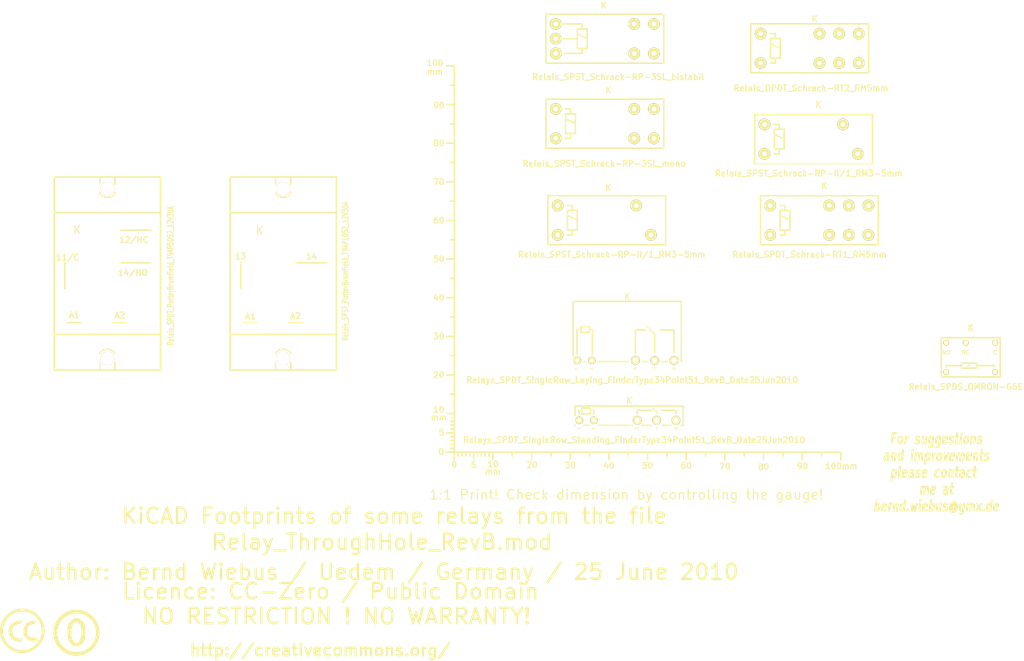
<source format=kicad_pcb>
(kicad_pcb (version 3) (host pcbnew "(2013-03-30 BZR 4007)-stable")

  (general
    (links 0)
    (no_connects 0)
    (area -16.90696 24.4364 283.2664 197.1694)
    (thickness 1.6002)
    (drawings 7)
    (tracks 0)
    (zones 0)
    (modules 14)
    (nets 1)
  )

  (page A4)
  (layers
    (15 Vorderseite signal)
    (0 Rückseite signal)
    (16 B.Adhes user)
    (17 F.Adhes user)
    (18 B.Paste user)
    (19 F.Paste user)
    (20 B.SilkS user)
    (21 F.SilkS user)
    (22 B.Mask user)
    (23 F.Mask user)
    (24 Dwgs.User user)
    (25 Cmts.User user)
    (26 Eco1.User user)
    (27 Eco2.User user)
    (28 Edge.Cuts user)
  )

  (setup
    (last_trace_width 0.2032)
    (trace_clearance 0.254)
    (zone_clearance 0.508)
    (zone_45_only no)
    (trace_min 0.2032)
    (segment_width 0.381)
    (edge_width 0.381)
    (via_size 0.889)
    (via_drill 0.635)
    (via_min_size 0.889)
    (via_min_drill 0.508)
    (uvia_size 0.508)
    (uvia_drill 0.127)
    (uvias_allowed no)
    (uvia_min_size 0.508)
    (uvia_min_drill 0.127)
    (pcb_text_width 0.3048)
    (pcb_text_size 1.524 2.032)
    (mod_edge_width 0.381)
    (mod_text_size 1.524 1.524)
    (mod_text_width 0.3048)
    (pad_size 1.524 1.524)
    (pad_drill 0.8128)
    (pad_to_mask_clearance 0.254)
    (aux_axis_origin 0 0)
    (visible_elements 7FFFFFFF)
    (pcbplotparams
      (layerselection 3178497)
      (usegerberextensions true)
      (excludeedgelayer true)
      (linewidth 60)
      (plotframeref false)
      (viasonmask false)
      (mode 1)
      (useauxorigin false)
      (hpglpennumber 1)
      (hpglpenspeed 20)
      (hpglpendiameter 15)
      (hpglpenoverlay 0)
      (psnegative false)
      (psa4output false)
      (plotreference true)
      (plotvalue true)
      (plotothertext true)
      (plotinvisibletext false)
      (padsonsilk false)
      (subtractmaskfromsilk false)
      (outputformat 1)
      (mirror false)
      (drillshape 1)
      (scaleselection 1)
      (outputdirectory ""))
  )

  (net 0 "")

  (net_class Default "Dies ist die voreingestellte Netzklasse."
    (clearance 0.254)
    (trace_width 0.2032)
    (via_dia 0.889)
    (via_drill 0.635)
    (uvia_dia 0.508)
    (uvia_drill 0.127)
    (add_net "")
  )

  (module Gauge_100mm_Type2_SilkScreenTop_RevA_Date22Jun2010 (layer Vorderseite) (tedit 4D963937) (tstamp 4D88F07A)
    (at 132.75056 141.2494)
    (descr "Gauge, Massstab, 100mm, SilkScreenTop, Type 2,")
    (tags "Gauge, Massstab, 100mm, SilkScreenTop, Type 2,")
    (path Gauge_100mm_Type2_SilkScreenTop_RevA_Date22Jun2010)
    (fp_text reference MSC (at 4.0005 8.99922) (layer F.SilkS) hide
      (effects (font (size 1.524 1.524) (thickness 0.3048)))
    )
    (fp_text value Gauge_100mm_Type2_SilkScreenTop_RevA_Date22Jun2010 (at 45.9994 8.99922) (layer F.SilkS) hide
      (effects (font (size 1.524 1.524) (thickness 0.3048)))
    )
    (fp_text user mm (at 9.99998 5.00126) (layer F.SilkS)
      (effects (font (size 1.524 1.524) (thickness 0.3048)))
    )
    (fp_text user mm (at -4.0005 -8.99922) (layer F.SilkS)
      (effects (font (size 1.524 1.524) (thickness 0.3048)))
    )
    (fp_text user mm (at -5.00126 -98.5012) (layer F.SilkS)
      (effects (font (size 1.524 1.524) (thickness 0.3048)))
    )
    (fp_text user 10 (at 10.00506 3.0988) (layer F.SilkS)
      (effects (font (size 1.50114 1.50114) (thickness 0.29972)))
    )
    (fp_text user 0 (at 0.00508 3.19786) (layer F.SilkS)
      (effects (font (size 1.39954 1.50114) (thickness 0.29972)))
    )
    (fp_text user 5 (at 5.0038 3.29946) (layer F.SilkS)
      (effects (font (size 1.50114 1.50114) (thickness 0.29972)))
    )
    (fp_text user 20 (at 20.1041 3.29946) (layer F.SilkS)
      (effects (font (size 1.50114 1.50114) (thickness 0.29972)))
    )
    (fp_text user 30 (at 30.00502 3.39852) (layer F.SilkS)
      (effects (font (size 1.50114 1.50114) (thickness 0.29972)))
    )
    (fp_text user 40 (at 40.005 3.50012) (layer F.SilkS)
      (effects (font (size 1.50114 1.50114) (thickness 0.29972)))
    )
    (fp_text user 50 (at 50.00498 3.50012) (layer F.SilkS)
      (effects (font (size 1.50114 1.50114) (thickness 0.29972)))
    )
    (fp_text user 60 (at 60.00496 3.50012) (layer F.SilkS)
      (effects (font (size 1.50114 1.50114) (thickness 0.29972)))
    )
    (fp_text user 70 (at 70.00494 3.70078) (layer F.SilkS)
      (effects (font (size 1.50114 1.50114) (thickness 0.29972)))
    )
    (fp_text user 80 (at 80.00492 3.79984) (layer F.SilkS)
      (effects (font (size 1.50114 1.50114) (thickness 0.29972)))
    )
    (fp_text user 90 (at 90.1065 3.60172) (layer F.SilkS)
      (effects (font (size 1.50114 1.50114) (thickness 0.29972)))
    )
    (fp_text user 100mm (at 100.10648 3.60172) (layer F.SilkS)
      (effects (font (size 1.50114 1.50114) (thickness 0.29972)))
    )
    (fp_line (start 0 -8.99922) (end -1.00076 -8.99922) (layer F.SilkS) (width 0.381))
    (fp_line (start 0 -8.001) (end -1.00076 -8.001) (layer F.SilkS) (width 0.381))
    (fp_line (start 0 -7.00024) (end -1.00076 -7.00024) (layer F.SilkS) (width 0.381))
    (fp_line (start 0 -5.99948) (end -1.00076 -5.99948) (layer F.SilkS) (width 0.381))
    (fp_line (start 0 -4.0005) (end -1.00076 -4.0005) (layer F.SilkS) (width 0.381))
    (fp_line (start 0 -2.99974) (end -1.00076 -2.99974) (layer F.SilkS) (width 0.381))
    (fp_line (start 0 -1.99898) (end -1.00076 -1.99898) (layer F.SilkS) (width 0.381))
    (fp_line (start 0 -1.00076) (end -1.00076 -1.00076) (layer F.SilkS) (width 0.381))
    (fp_line (start 0 0) (end -1.99898 0) (layer F.SilkS) (width 0.381))
    (fp_line (start 0 -5.00126) (end -1.99898 -5.00126) (layer F.SilkS) (width 0.381))
    (fp_line (start 0 -9.99998) (end -1.99898 -9.99998) (layer F.SilkS) (width 0.381))
    (fp_line (start 0 -15.00124) (end -1.00076 -15.00124) (layer F.SilkS) (width 0.381))
    (fp_line (start 0 -19.99996) (end -1.99898 -19.99996) (layer F.SilkS) (width 0.381))
    (fp_line (start 0 -25.00122) (end -1.00076 -25.00122) (layer F.SilkS) (width 0.381))
    (fp_line (start 0 -29.99994) (end -1.99898 -29.99994) (layer F.SilkS) (width 0.381))
    (fp_line (start 0 -35.0012) (end -1.00076 -35.0012) (layer F.SilkS) (width 0.381))
    (fp_line (start 0 -39.99992) (end -1.99898 -39.99992) (layer F.SilkS) (width 0.381))
    (fp_line (start 0 -45.00118) (end -1.00076 -45.00118) (layer F.SilkS) (width 0.381))
    (fp_line (start 0 -49.9999) (end -1.99898 -49.9999) (layer F.SilkS) (width 0.381))
    (fp_line (start 0 -55.00116) (end -1.00076 -55.00116) (layer F.SilkS) (width 0.381))
    (fp_line (start 0 -59.99988) (end -1.99898 -59.99988) (layer F.SilkS) (width 0.381))
    (fp_line (start 0 -65.00114) (end -1.00076 -65.00114) (layer F.SilkS) (width 0.381))
    (fp_line (start 0 -69.99986) (end -1.99898 -69.99986) (layer F.SilkS) (width 0.381))
    (fp_line (start 0 -75.00112) (end -1.00076 -75.00112) (layer F.SilkS) (width 0.381))
    (fp_line (start 0 -79.99984) (end -1.99898 -79.99984) (layer F.SilkS) (width 0.381))
    (fp_line (start 0 -85.0011) (end -1.00076 -85.0011) (layer F.SilkS) (width 0.381))
    (fp_line (start 0 -89.99982) (end -1.99898 -89.99982) (layer F.SilkS) (width 0.381))
    (fp_line (start 0 -95.00108) (end -1.00076 -95.00108) (layer F.SilkS) (width 0.381))
    (fp_line (start 0 0) (end 0 -99.9998) (layer F.SilkS) (width 0.381))
    (fp_line (start 0 -99.9998) (end -1.99898 -99.9998) (layer F.SilkS) (width 0.381))
    (fp_text user 100 (at -4.99872 -100.7491) (layer F.SilkS)
      (effects (font (size 1.50114 1.50114) (thickness 0.29972)))
    )
    (fp_text user 90 (at -4.0005 -89.7509) (layer F.SilkS)
      (effects (font (size 1.50114 1.50114) (thickness 0.29972)))
    )
    (fp_text user 80 (at -4.0005 -79.99984) (layer F.SilkS)
      (effects (font (size 1.50114 1.50114) (thickness 0.29972)))
    )
    (fp_text user 70 (at -4.0005 -69.99986) (layer F.SilkS)
      (effects (font (size 1.50114 1.50114) (thickness 0.29972)))
    )
    (fp_text user 60 (at -4.0005 -59.99988) (layer F.SilkS)
      (effects (font (size 1.50114 1.50114) (thickness 0.29972)))
    )
    (fp_text user 50 (at -4.0005 -49.9999) (layer F.SilkS)
      (effects (font (size 1.50114 1.50114) (thickness 0.34036)))
    )
    (fp_text user 40 (at -4.0005 -39.99992) (layer F.SilkS)
      (effects (font (size 1.50114 1.50114) (thickness 0.29972)))
    )
    (fp_text user 30 (at -4.0005 -29.99994) (layer F.SilkS)
      (effects (font (size 1.50114 1.50114) (thickness 0.29972)))
    )
    (fp_text user 20 (at -4.0005 -19.99996) (layer F.SilkS)
      (effects (font (size 1.50114 1.50114) (thickness 0.29972)))
    )
    (fp_line (start 95.00108 0) (end 95.00108 1.00076) (layer F.SilkS) (width 0.381))
    (fp_line (start 89.99982 0) (end 89.99982 1.99898) (layer F.SilkS) (width 0.381))
    (fp_line (start 85.0011 0) (end 85.0011 1.00076) (layer F.SilkS) (width 0.381))
    (fp_line (start 79.99984 0) (end 79.99984 1.99898) (layer F.SilkS) (width 0.381))
    (fp_line (start 75.00112 0) (end 75.00112 1.00076) (layer F.SilkS) (width 0.381))
    (fp_line (start 69.99986 0) (end 69.99986 1.99898) (layer F.SilkS) (width 0.381))
    (fp_line (start 65.00114 0) (end 65.00114 1.00076) (layer F.SilkS) (width 0.381))
    (fp_line (start 59.99988 0) (end 59.99988 1.99898) (layer F.SilkS) (width 0.381))
    (fp_line (start 55.00116 0) (end 55.00116 1.00076) (layer F.SilkS) (width 0.381))
    (fp_line (start 49.9999 0) (end 49.9999 1.99898) (layer F.SilkS) (width 0.381))
    (fp_line (start 45.00118 0) (end 45.00118 1.00076) (layer F.SilkS) (width 0.381))
    (fp_line (start 39.99992 0) (end 39.99992 1.99898) (layer F.SilkS) (width 0.381))
    (fp_line (start 35.0012 0) (end 35.0012 1.00076) (layer F.SilkS) (width 0.381))
    (fp_line (start 29.99994 0) (end 29.99994 1.99898) (layer F.SilkS) (width 0.381))
    (fp_line (start 25.00122 0) (end 25.00122 1.00076) (layer F.SilkS) (width 0.381))
    (fp_line (start 19.99996 0) (end 19.99996 1.99898) (layer F.SilkS) (width 0.381))
    (fp_line (start 15.00124 0) (end 15.00124 1.00076) (layer F.SilkS) (width 0.381))
    (fp_line (start 9.99998 0) (end 99.9998 0) (layer F.SilkS) (width 0.381))
    (fp_line (start 99.9998 0) (end 99.9998 1.99898) (layer F.SilkS) (width 0.381))
    (fp_text user 5 (at -3.302 -5.10286) (layer F.SilkS)
      (effects (font (size 1.50114 1.50114) (thickness 0.29972)))
    )
    (fp_text user 0 (at -3.4036 -0.10414) (layer F.SilkS)
      (effects (font (size 1.50114 1.50114) (thickness 0.29972)))
    )
    (fp_text user 10 (at -4.0005 -11.00074) (layer F.SilkS)
      (effects (font (size 1.50114 1.50114) (thickness 0.29972)))
    )
    (fp_line (start 8.99922 0) (end 8.99922 1.00076) (layer F.SilkS) (width 0.381))
    (fp_line (start 8.001 0) (end 8.001 1.00076) (layer F.SilkS) (width 0.381))
    (fp_line (start 7.00024 0) (end 7.00024 1.00076) (layer F.SilkS) (width 0.381))
    (fp_line (start 5.99948 0) (end 5.99948 1.00076) (layer F.SilkS) (width 0.381))
    (fp_line (start 4.0005 0) (end 4.0005 1.00076) (layer F.SilkS) (width 0.381))
    (fp_line (start 2.99974 0) (end 2.99974 1.00076) (layer F.SilkS) (width 0.381))
    (fp_line (start 1.99898 0) (end 1.99898 1.00076) (layer F.SilkS) (width 0.381))
    (fp_line (start 1.00076 0) (end 1.00076 1.00076) (layer F.SilkS) (width 0.381))
    (fp_line (start 5.00126 0) (end 5.00126 1.99898) (layer F.SilkS) (width 0.381))
    (fp_line (start 0 0) (end 0 1.99898) (layer F.SilkS) (width 0.381))
    (fp_line (start 0 0) (end 9.99998 0) (layer F.SilkS) (width 0.381))
    (fp_line (start 9.99998 0) (end 9.99998 1.99898) (layer F.SilkS) (width 0.381))
  )

  (module Symbol_CC-PublicDomain_SilkScreenTop_Big (layer Vorderseite) (tedit 515D641F) (tstamp 515F0B64)
    (at 35 188)
    (descr "Symbol, CC-PublicDomain, SilkScreen Top, Big,")
    (tags "Symbol, CC-PublicDomain, SilkScreen Top, Big,")
    (path Symbol_CC-Noncommercial_CopperTop_Big)
    (fp_text reference Sym (at 0.59944 -7.29996) (layer F.SilkS) hide
      (effects (font (size 1.524 1.524) (thickness 0.3048)))
    )
    (fp_text value Symbol_CC-PublicDomain_SilkScreenTop_Big (at 0.59944 8.001) (layer F.SilkS) hide
      (effects (font (size 1.524 1.524) (thickness 0.3048)))
    )
    (fp_circle (center 0 0) (end 5.8 -0.05) (layer F.SilkS) (width 0.381))
    (fp_circle (center 0 0) (end 5.5 0) (layer F.SilkS) (width 0.381))
    (fp_circle (center 0.05 0) (end 5.25 0) (layer F.SilkS) (width 0.381))
    (fp_line (start 1.1 -2.5) (end 1.4 -1.9) (layer F.SilkS) (width 0.381))
    (fp_line (start -1.8 1.2) (end -1.6 1.9) (layer F.SilkS) (width 0.381))
    (fp_line (start -1.6 1.9) (end -1.2 2.5) (layer F.SilkS) (width 0.381))
    (fp_line (start 0 -3) (end 0.75 -2.75) (layer F.SilkS) (width 0.381))
    (fp_line (start 0.75 -2.75) (end 1 -2.25) (layer F.SilkS) (width 0.381))
    (fp_line (start 1 -2.25) (end 1.5 -1) (layer F.SilkS) (width 0.381))
    (fp_line (start 1.5 -1) (end 1.5 -0.5) (layer F.SilkS) (width 0.381))
    (fp_line (start 1.5 -0.5) (end 1.5 0.5) (layer F.SilkS) (width 0.381))
    (fp_line (start 1.5 0.5) (end 1.25 1.5) (layer F.SilkS) (width 0.381))
    (fp_line (start 1.25 1.5) (end 0.75 2.5) (layer F.SilkS) (width 0.381))
    (fp_line (start 0.75 2.5) (end 0.25 2.75) (layer F.SilkS) (width 0.381))
    (fp_line (start 0.25 2.75) (end -0.25 2.75) (layer F.SilkS) (width 0.381))
    (fp_line (start -0.25 2.75) (end -0.75 2.5) (layer F.SilkS) (width 0.381))
    (fp_line (start -0.75 2.5) (end -1.25 1.75) (layer F.SilkS) (width 0.381))
    (fp_line (start -1.25 1.75) (end -1.5 0.75) (layer F.SilkS) (width 0.381))
    (fp_line (start -1.5 0.75) (end -1.5 -0.75) (layer F.SilkS) (width 0.381))
    (fp_line (start -1.5 -0.75) (end -1.25 -1.75) (layer F.SilkS) (width 0.381))
    (fp_line (start -1.25 -1.75) (end -1 -2.5) (layer F.SilkS) (width 0.381))
    (fp_line (start -1 -2.5) (end -0.3 -2.9) (layer F.SilkS) (width 0.381))
    (fp_line (start -0.3 -2.9) (end 0.2 -3) (layer F.SilkS) (width 0.381))
    (fp_line (start 0.2 -3) (end 0.8 -3) (layer F.SilkS) (width 0.381))
    (fp_line (start 0.8 -3) (end 1.4 -2.3) (layer F.SilkS) (width 0.381))
    (fp_line (start 1.4 -2.3) (end 1.6 -1.4) (layer F.SilkS) (width 0.381))
    (fp_line (start 1.6 -1.4) (end 1.7 -0.3) (layer F.SilkS) (width 0.381))
    (fp_line (start 1.7 -0.3) (end 1.7 0.9) (layer F.SilkS) (width 0.381))
    (fp_line (start 1.7 0.9) (end 1.4 1.8) (layer F.SilkS) (width 0.381))
    (fp_line (start 1.4 1.8) (end 1 2.7) (layer F.SilkS) (width 0.381))
    (fp_line (start 1 2.7) (end 0.5 3) (layer F.SilkS) (width 0.381))
    (fp_line (start 0.5 3) (end -0.4 3) (layer F.SilkS) (width 0.381))
    (fp_line (start -0.4 3) (end -1.3 2.3) (layer F.SilkS) (width 0.381))
    (fp_line (start -1.3 2.3) (end -1.7 1) (layer F.SilkS) (width 0.381))
    (fp_line (start -1.7 1) (end -1.8 -0.7) (layer F.SilkS) (width 0.381))
    (fp_line (start -1.8 -0.7) (end -1.4 -2.2) (layer F.SilkS) (width 0.381))
    (fp_line (start -1.4 -2.2) (end -1 -2.9) (layer F.SilkS) (width 0.381))
    (fp_line (start -1 -2.9) (end -0.2 -3.3) (layer F.SilkS) (width 0.381))
    (fp_line (start -0.2 -3.3) (end 0.7 -3.2) (layer F.SilkS) (width 0.381))
    (fp_line (start 0.7 -3.2) (end 1.3 -3.1) (layer F.SilkS) (width 0.381))
    (fp_line (start 1.3 -3.1) (end 1.7 -2.4) (layer F.SilkS) (width 0.381))
    (fp_line (start 1.7 -2.4) (end 2 -1.6) (layer F.SilkS) (width 0.381))
    (fp_line (start 2 -1.6) (end 2.1 -0.6) (layer F.SilkS) (width 0.381))
    (fp_line (start 2.1 -0.6) (end 2.1 0.3) (layer F.SilkS) (width 0.381))
    (fp_line (start 2.1 0.3) (end 2.1 1.3) (layer F.SilkS) (width 0.381))
    (fp_line (start 2.1 1.3) (end 1.9 1.8) (layer F.SilkS) (width 0.381))
    (fp_line (start 1.9 1.8) (end 1.5 2.6) (layer F.SilkS) (width 0.381))
    (fp_line (start 1.5 2.6) (end 1.1 3) (layer F.SilkS) (width 0.381))
    (fp_line (start 1.1 3) (end 0.4 3.3) (layer F.SilkS) (width 0.381))
    (fp_line (start 0.4 3.3) (end -0.1 3.4) (layer F.SilkS) (width 0.381))
    (fp_line (start -0.1 3.4) (end -0.8 3.2) (layer F.SilkS) (width 0.381))
    (fp_line (start -0.8 3.2) (end -1.5 2.6) (layer F.SilkS) (width 0.381))
    (fp_line (start -1.5 2.6) (end -1.9 1.7) (layer F.SilkS) (width 0.381))
    (fp_line (start -1.9 1.7) (end -2.1 0.4) (layer F.SilkS) (width 0.381))
    (fp_line (start -2.1 0.4) (end -2.1 -0.6) (layer F.SilkS) (width 0.381))
    (fp_line (start -2.1 -0.6) (end -2 -1.6) (layer F.SilkS) (width 0.381))
    (fp_line (start -2 -1.6) (end -1.7 -2.4) (layer F.SilkS) (width 0.381))
    (fp_line (start -1.7 -2.4) (end -1.2 -3.1) (layer F.SilkS) (width 0.381))
    (fp_line (start -1.2 -3.1) (end -0.4 -3.6) (layer F.SilkS) (width 0.381))
    (fp_line (start -0.4 -3.6) (end 0.4 -3.6) (layer F.SilkS) (width 0.381))
    (fp_line (start 0.4 -3.6) (end 1.1 -3.2) (layer F.SilkS) (width 0.381))
    (fp_line (start 1.1 -3.2) (end 1.1 -2.9) (layer F.SilkS) (width 0.381))
    (fp_line (start 1.1 -2.9) (end 1.8 -1.5) (layer F.SilkS) (width 0.381))
    (fp_line (start 1.8 -1.5) (end 1.8 -0.4) (layer F.SilkS) (width 0.381))
    (fp_line (start 1.8 -0.4) (end 1.8 1.1) (layer F.SilkS) (width 0.381))
    (fp_line (start 1.8 1.1) (end 1.2 2.6) (layer F.SilkS) (width 0.381))
    (fp_line (start 1.2 2.6) (end 0.2 3.2) (layer F.SilkS) (width 0.381))
    (fp_line (start 0.2 3.2) (end -0.5 3.2) (layer F.SilkS) (width 0.381))
    (fp_line (start -0.5 3.2) (end -1.1 2.7) (layer F.SilkS) (width 0.381))
    (fp_line (start -1.1 2.7) (end -1.9 0.6) (layer F.SilkS) (width 0.381))
    (fp_line (start -1.9 0.6) (end -1.7 -1.9) (layer F.SilkS) (width 0.381))
  )

  (module Symbol_CreativeCommons_SilkScreenTop_Type2_Big (layer Vorderseite) (tedit 515D640C) (tstamp 515F46B2)
    (at 21 187.5)
    (descr "Symbol, Creative Commons, SilkScreen Top, Type 2, Big,")
    (tags "Symbol, Creative Commons, SilkScreen Top, Type 2, Big,")
    (path Symbol_CreativeCommons_CopperTop_Type2_Big)
    (fp_text reference Sym (at 0.59944 -7.29996) (layer F.SilkS) hide
      (effects (font (size 1.524 1.524) (thickness 0.3048)))
    )
    (fp_text value Symbol_CreativeCommons_Typ2_SilkScreenTop_Big (at 0.59944 8.001) (layer F.SilkS) hide
      (effects (font (size 1.524 1.524) (thickness 0.3048)))
    )
    (fp_line (start -0.70104 2.70002) (end -0.29972 2.60096) (layer F.SilkS) (width 0.381))
    (fp_line (start -0.29972 2.60096) (end -0.20066 2.10058) (layer F.SilkS) (width 0.381))
    (fp_line (start -2.49936 -1.69926) (end -2.70002 -1.6002) (layer F.SilkS) (width 0.381))
    (fp_line (start -2.70002 -1.6002) (end -3.0988 -1.00076) (layer F.SilkS) (width 0.381))
    (fp_line (start -3.0988 -1.00076) (end -3.29946 -0.50038) (layer F.SilkS) (width 0.381))
    (fp_line (start -3.29946 -0.50038) (end -3.40106 0.39878) (layer F.SilkS) (width 0.381))
    (fp_line (start -3.40106 0.39878) (end -3.29946 0.89916) (layer F.SilkS) (width 0.381))
    (fp_line (start -0.19812 2.4003) (end -0.29718 2.59842) (layer F.SilkS) (width 0.381))
    (fp_line (start 3.70078 2.10058) (end 3.79984 2.4003) (layer F.SilkS) (width 0.381))
    (fp_line (start 2.99974 -2.4003) (end 3.29946 -2.30124) (layer F.SilkS) (width 0.381))
    (fp_line (start 3.29946 -2.30124) (end 3.0988 -1.99898) (layer F.SilkS) (width 0.381))
    (fp_line (start 0 -5.40004) (end -0.50038 -5.40004) (layer F.SilkS) (width 0.381))
    (fp_line (start -0.50038 -5.40004) (end -1.30048 -5.10032) (layer F.SilkS) (width 0.381))
    (fp_line (start -1.30048 -5.10032) (end -1.99898 -4.89966) (layer F.SilkS) (width 0.381))
    (fp_line (start -1.99898 -4.89966) (end -2.70002 -4.699) (layer F.SilkS) (width 0.381))
    (fp_line (start -2.70002 -4.699) (end -3.29946 -4.20116) (layer F.SilkS) (width 0.381))
    (fp_line (start -3.29946 -4.20116) (end -4.0005 -3.59918) (layer F.SilkS) (width 0.381))
    (fp_line (start -4.0005 -3.59918) (end -4.50088 -2.99974) (layer F.SilkS) (width 0.381))
    (fp_line (start -4.50088 -2.99974) (end -5.00126 -2.10058) (layer F.SilkS) (width 0.381))
    (fp_line (start -5.00126 -2.10058) (end -5.30098 -1.09982) (layer F.SilkS) (width 0.381))
    (fp_line (start -5.30098 -1.09982) (end -5.40004 0.09906) (layer F.SilkS) (width 0.381))
    (fp_line (start -5.40004 0.09906) (end -5.19938 1.30048) (layer F.SilkS) (width 0.381))
    (fp_line (start -5.19938 1.30048) (end -4.8006 2.4003) (layer F.SilkS) (width 0.381))
    (fp_line (start -4.8006 2.4003) (end -3.79984 3.8989) (layer F.SilkS) (width 0.381))
    (fp_line (start -3.79984 3.8989) (end -2.60096 4.8006) (layer F.SilkS) (width 0.381))
    (fp_line (start -2.60096 4.8006) (end -1.30048 5.30098) (layer F.SilkS) (width 0.381))
    (fp_line (start -1.30048 5.30098) (end 0.09906 5.30098) (layer F.SilkS) (width 0.381))
    (fp_line (start 0.09906 5.30098) (end 1.6002 5.19938) (layer F.SilkS) (width 0.381))
    (fp_line (start 1.6002 5.19938) (end 2.60096 4.699) (layer F.SilkS) (width 0.381))
    (fp_line (start 2.60096 4.699) (end 4.20116 3.40106) (layer F.SilkS) (width 0.381))
    (fp_line (start 4.20116 3.40106) (end 5.00126 1.80086) (layer F.SilkS) (width 0.381))
    (fp_line (start 5.00126 1.80086) (end 5.40004 0.29972) (layer F.SilkS) (width 0.381))
    (fp_line (start 5.40004 0.29972) (end 5.19938 -1.39954) (layer F.SilkS) (width 0.381))
    (fp_line (start 5.19938 -1.39954) (end 4.699 -2.49936) (layer F.SilkS) (width 0.381))
    (fp_line (start 4.699 -2.49936) (end 3.40106 -4.09956) (layer F.SilkS) (width 0.381))
    (fp_line (start 3.40106 -4.09956) (end 2.4003 -4.8006) (layer F.SilkS) (width 0.381))
    (fp_line (start 2.4003 -4.8006) (end 1.39954 -5.19938) (layer F.SilkS) (width 0.381))
    (fp_line (start 1.39954 -5.19938) (end 0 -5.30098) (layer F.SilkS) (width 0.381))
    (fp_line (start 0.60198 -0.70104) (end 0.50292 -0.20066) (layer F.SilkS) (width 0.381))
    (fp_line (start 0.50292 -0.20066) (end 0.50292 0.49784) (layer F.SilkS) (width 0.381))
    (fp_line (start 0.50292 0.49784) (end 0.60198 1.09982) (layer F.SilkS) (width 0.381))
    (fp_line (start 0.60198 1.09982) (end 1.00076 1.69926) (layer F.SilkS) (width 0.381))
    (fp_line (start 1.00076 1.69926) (end 1.50114 2.19964) (layer F.SilkS) (width 0.381))
    (fp_line (start 1.50114 2.19964) (end 2.10058 2.49936) (layer F.SilkS) (width 0.381))
    (fp_line (start 2.10058 2.49936) (end 2.60096 2.59842) (layer F.SilkS) (width 0.381))
    (fp_line (start 2.60096 2.59842) (end 3.00228 2.59842) (layer F.SilkS) (width 0.381))
    (fp_line (start 3.00228 2.59842) (end 3.40106 2.59842) (layer F.SilkS) (width 0.381))
    (fp_line (start 3.40106 2.59842) (end 3.80238 2.49936) (layer F.SilkS) (width 0.381))
    (fp_line (start 3.80238 2.49936) (end 3.70078 2.2987) (layer F.SilkS) (width 0.381))
    (fp_line (start 3.70078 2.2987) (end 2.80162 2.4003) (layer F.SilkS) (width 0.381))
    (fp_line (start 2.80162 2.4003) (end 1.80086 2.09804) (layer F.SilkS) (width 0.381))
    (fp_line (start 1.80086 2.09804) (end 1.20142 1.6002) (layer F.SilkS) (width 0.381))
    (fp_line (start 1.20142 1.6002) (end 0.80264 0.6985) (layer F.SilkS) (width 0.381))
    (fp_line (start 0.80264 0.6985) (end 0.70104 -0.29972) (layer F.SilkS) (width 0.381))
    (fp_line (start 0.70104 -0.29972) (end 1.00076 -1.00076) (layer F.SilkS) (width 0.381))
    (fp_line (start 1.00076 -1.00076) (end 1.60274 -1.7018) (layer F.SilkS) (width 0.381))
    (fp_line (start 1.60274 -1.7018) (end 2.30124 -2.10058) (layer F.SilkS) (width 0.381))
    (fp_line (start 2.30124 -2.10058) (end 3.00228 -2.10058) (layer F.SilkS) (width 0.381))
    (fp_line (start 3.00228 -2.10058) (end 3.10134 -1.89992) (layer F.SilkS) (width 0.381))
    (fp_line (start 3.10134 -1.89992) (end 2.5019 -1.89992) (layer F.SilkS) (width 0.381))
    (fp_line (start 2.5019 -1.89992) (end 1.80086 -1.6002) (layer F.SilkS) (width 0.381))
    (fp_line (start 1.80086 -1.6002) (end 1.30048 -1.00076) (layer F.SilkS) (width 0.381))
    (fp_line (start 1.30048 -1.00076) (end 1.00076 -0.40132) (layer F.SilkS) (width 0.381))
    (fp_line (start 1.00076 -0.40132) (end 1.00076 0.09906) (layer F.SilkS) (width 0.381))
    (fp_line (start 1.00076 0.09906) (end 1.00076 0.6985) (layer F.SilkS) (width 0.381))
    (fp_line (start 1.00076 0.6985) (end 1.30048 1.19888) (layer F.SilkS) (width 0.381))
    (fp_line (start 1.30048 1.19888) (end 1.7018 1.69926) (layer F.SilkS) (width 0.381))
    (fp_line (start 1.7018 1.69926) (end 2.30124 1.99898) (layer F.SilkS) (width 0.381))
    (fp_line (start 2.30124 1.99898) (end 2.90068 2.09804) (layer F.SilkS) (width 0.381))
    (fp_line (start 2.90068 2.09804) (end 3.40106 2.09804) (layer F.SilkS) (width 0.381))
    (fp_line (start 3.40106 2.09804) (end 3.70078 1.99898) (layer F.SilkS) (width 0.381))
    (fp_line (start 3.00228 -2.4003) (end 2.40284 -2.4003) (layer F.SilkS) (width 0.381))
    (fp_line (start 2.40284 -2.4003) (end 2.00152 -2.20218) (layer F.SilkS) (width 0.381))
    (fp_line (start 2.00152 -2.20218) (end 1.50114 -2.00152) (layer F.SilkS) (width 0.381))
    (fp_line (start 1.50114 -2.00152) (end 1.10236 -1.6002) (layer F.SilkS) (width 0.381))
    (fp_line (start 1.10236 -1.6002) (end 0.80264 -1.09982) (layer F.SilkS) (width 0.381))
    (fp_line (start 0.80264 -1.09982) (end 0.60198 -0.70104) (layer F.SilkS) (width 0.381))
    (fp_line (start -0.39878 -1.99898) (end -0.89916 -1.99898) (layer F.SilkS) (width 0.381))
    (fp_line (start -0.89916 -1.99898) (end -1.39954 -1.89738) (layer F.SilkS) (width 0.381))
    (fp_line (start -1.39954 -1.89738) (end -1.89992 -1.59766) (layer F.SilkS) (width 0.381))
    (fp_line (start -1.89992 -1.59766) (end -2.4003 -1.19888) (layer F.SilkS) (width 0.381))
    (fp_line (start -2.4003 -1.30048) (end -2.70002 -0.8001) (layer F.SilkS) (width 0.381))
    (fp_line (start -2.70002 -0.8001) (end -2.79908 -0.29972) (layer F.SilkS) (width 0.381))
    (fp_line (start -2.79908 -0.29972) (end -2.79908 0.20066) (layer F.SilkS) (width 0.381))
    (fp_line (start -2.79908 0.20066) (end -2.59842 1.00076) (layer F.SilkS) (width 0.381))
    (fp_line (start -2.69748 1.00076) (end -2.39776 1.39954) (layer F.SilkS) (width 0.381))
    (fp_line (start -2.29616 1.4986) (end -1.79578 1.89992) (layer F.SilkS) (width 0.381))
    (fp_line (start -1.79578 1.89992) (end -1.29794 2.09804) (layer F.SilkS) (width 0.381))
    (fp_line (start -1.29794 2.09804) (end -0.89662 2.19964) (layer F.SilkS) (width 0.381))
    (fp_line (start -0.89662 2.19964) (end -0.49784 2.19964) (layer F.SilkS) (width 0.381))
    (fp_line (start -0.49784 2.19964) (end -0.19812 2.09804) (layer F.SilkS) (width 0.381))
    (fp_line (start -0.19812 2.09804) (end -0.29718 2.4003) (layer F.SilkS) (width 0.381))
    (fp_line (start -0.29718 2.4003) (end -0.89662 2.49936) (layer F.SilkS) (width 0.381))
    (fp_line (start -0.89662 2.49936) (end -1.59766 2.2987) (layer F.SilkS) (width 0.381))
    (fp_line (start -1.59766 2.2987) (end -2.29616 1.79832) (layer F.SilkS) (width 0.381))
    (fp_line (start -2.29616 1.79832) (end -2.79654 1.29794) (layer F.SilkS) (width 0.381))
    (fp_line (start -2.79908 1.39954) (end -2.99974 0.70104) (layer F.SilkS) (width 0.381))
    (fp_line (start -2.99974 0.70104) (end -3.0988 0) (layer F.SilkS) (width 0.381))
    (fp_line (start -3.0988 0) (end -2.99974 -0.59944) (layer F.SilkS) (width 0.381))
    (fp_line (start -2.99974 -0.8001) (end -2.70002 -1.30048) (layer F.SilkS) (width 0.381))
    (fp_line (start -2.70002 -1.09982) (end -2.19964 -1.6002) (layer F.SilkS) (width 0.381))
    (fp_line (start -2.19964 -1.69926) (end -1.69926 -1.99898) (layer F.SilkS) (width 0.381))
    (fp_line (start -1.69926 -1.99898) (end -1.19888 -2.19964) (layer F.SilkS) (width 0.381))
    (fp_line (start -1.19888 -2.19964) (end -0.6985 -2.19964) (layer F.SilkS) (width 0.381))
    (fp_line (start -0.6985 -2.19964) (end -0.29972 -2.19964) (layer F.SilkS) (width 0.381))
    (fp_line (start -0.29972 -2.19964) (end -0.20066 -2.39776) (layer F.SilkS) (width 0.381))
    (fp_line (start -0.20066 -2.39776) (end -0.59944 -2.49936) (layer F.SilkS) (width 0.381))
    (fp_line (start -0.59944 -2.49936) (end -1.00076 -2.49936) (layer F.SilkS) (width 0.381))
    (fp_line (start -1.00076 -2.49936) (end -1.4986 -2.39776) (layer F.SilkS) (width 0.381))
    (fp_line (start -1.4986 -2.39776) (end -2.10058 -2.09804) (layer F.SilkS) (width 0.381))
    (fp_line (start -2.10058 -2.09804) (end -2.59842 -1.69926) (layer F.SilkS) (width 0.381))
    (fp_line (start -2.59842 -1.6002) (end -3.0988 -0.89916) (layer F.SilkS) (width 0.381))
    (fp_line (start -3.0988 -0.89916) (end -3.29946 -0.29972) (layer F.SilkS) (width 0.381))
    (fp_line (start -3.29946 -0.29972) (end -3.29946 0.40132) (layer F.SilkS) (width 0.381))
    (fp_line (start -3.29946 0.40132) (end -3.2004 1.00076) (layer F.SilkS) (width 0.381))
    (fp_line (start -3.29946 0.8001) (end -2.99974 1.39954) (layer F.SilkS) (width 0.381))
    (fp_line (start -2.89814 1.4986) (end -2.49682 1.99898) (layer F.SilkS) (width 0.381))
    (fp_line (start -2.49682 1.99898) (end -1.89738 2.4003) (layer F.SilkS) (width 0.381))
    (fp_line (start -1.89738 2.4003) (end -1.19634 2.59842) (layer F.SilkS) (width 0.381))
    (fp_line (start -1.19634 2.59842) (end -0.69596 2.70002) (layer F.SilkS) (width 0.381))
    (fp_line (start -2.9972 1.19888) (end -2.59842 1.19888) (layer F.SilkS) (width 0.381))
    (fp_circle (center 0 0) (end 5.08 1.016) (layer F.SilkS) (width 0.381))
    (fp_circle (center 0 0) (end 5.588 0) (layer F.SilkS) (width 0.381))
  )

  (module Relais_DPDT_Schrack-RT2_RM5mm (layer Vorderseite) (tedit 51AF9423) (tstamp 51AF94BE)
    (at 212 40.5)
    (descr "Relay, DPST, Schrack-RT2, RM5mm,")
    (tags "Relay, DPST,  Schrack-RT1, RM5mm, Reais, 2 x um,")
    (fp_text reference K (at 13.97 -11.43) (layer F.SilkS)
      (effects (font (size 1.524 1.524) (thickness 0.3048)))
    )
    (fp_text value Relais_DPDT_Schrack-RT2_RM5mm (at 13 6.5) (layer F.SilkS)
      (effects (font (size 1.524 1.524) (thickness 0.3048)))
    )
    (fp_line (start 2.54 -5.08) (end 5.08 -3.81) (layer F.SilkS) (width 0.381))
    (fp_line (start 3.81 -1.27) (end 3.81 0) (layer F.SilkS) (width 0.381))
    (fp_line (start 3.81 0) (end 2.54 0) (layer F.SilkS) (width 0.381))
    (fp_line (start 2.54 -7.62) (end 3.81 -7.62) (layer F.SilkS) (width 0.381))
    (fp_line (start 3.81 -7.62) (end 3.81 -6.35) (layer F.SilkS) (width 0.381))
    (fp_line (start 3.81 -6.35) (end 5.08 -6.35) (layer F.SilkS) (width 0.381))
    (fp_line (start 5.08 -6.35) (end 5.08 -1.27) (layer F.SilkS) (width 0.381))
    (fp_line (start 5.08 -1.27) (end 2.54 -1.27) (layer F.SilkS) (width 0.381))
    (fp_line (start 2.54 -1.27) (end 2.54 -6.35) (layer F.SilkS) (width 0.381))
    (fp_line (start 2.54 -6.35) (end 3.81 -6.35) (layer F.SilkS) (width 0.381))
    (fp_line (start -2.54 -10.16) (end 27.94 -10.16) (layer F.SilkS) (width 0.381))
    (fp_line (start 27.94 -10.16) (end 27.94 2.54) (layer F.SilkS) (width 0.381))
    (fp_line (start 27.94 2.54) (end -2.54 2.54) (layer F.SilkS) (width 0.381))
    (fp_line (start -2.54 2.54) (end -2.54 -10.16) (layer F.SilkS) (width 0.381))
    (pad A1 thru_hole circle (at 0 -7.62) (size 2.99974 2.99974) (drill 1.19888)
      (layers *.Cu *.Mask F.SilkS)
    )
    (pad A2 thru_hole circle (at 0 0) (size 2.99974 2.99974) (drill 1.19888)
      (layers *.Cu *.Mask F.SilkS)
    )
    (pad 22 thru_hole circle (at 15.24 0) (size 2.99974 2.99974) (drill 1.19888)
      (layers *.Cu *.Mask F.SilkS)
    )
    (pad 21 thru_hole circle (at 20.32 0) (size 2.99974 2.99974) (drill 1.19888)
      (layers *.Cu *.Mask F.SilkS)
    )
    (pad 24 thru_hole circle (at 25.4 0) (size 2.99974 2.99974) (drill 1.19888)
      (layers *.Cu *.Mask F.SilkS)
    )
    (pad 12 thru_hole circle (at 15.24 -7.62) (size 2.99974 2.99974) (drill 1.19888)
      (layers *.Cu *.Mask F.SilkS)
    )
    (pad 11 thru_hole circle (at 20.32 -7.62) (size 2.99974 2.99974) (drill 1.19888)
      (layers *.Cu *.Mask F.SilkS)
    )
    (pad 14 thru_hole circle (at 25.4 -7.62) (size 2.99974 2.99974) (drill 1.19888)
      (layers *.Cu *.Mask F.SilkS)
    )
  )

  (module Relais_SPDS_OMRON-G6E (layer Vorderseite) (tedit 4BAE1A63) (tstamp 51AF966B)
    (at 260 120.5)
    (descr "Relay, SPDT, Omron, Serie, G6E,")
    (tags "Relay, SPDT, Omron, Serie, G6E, 1 x um, Relais,")
    (fp_text reference K (at 6.35 -11.43) (layer F.SilkS)
      (effects (font (size 1.524 1.524) (thickness 0.3048)))
    )
    (fp_text value Relais_SPDS_OMRON-G6E (at 5.08 3.81) (layer F.SilkS)
      (effects (font (size 1.524 1.524) (thickness 0.3048)))
    )
    (fp_line (start 3.81 -1.651) (end 0 -1.651) (layer F.SilkS) (width 0.381))
    (fp_line (start 0 -1.651) (end 0 -1.27) (layer F.SilkS) (width 0.381))
    (fp_line (start 7.874 -1.651) (end 12.573 -1.651) (layer F.SilkS) (width 0.381))
    (fp_line (start 12.573 -1.651) (end 12.573 -1.397) (layer F.SilkS) (width 0.381))
    (fp_line (start 5.334 -1.143) (end 6.477 -2.286) (layer F.SilkS) (width 0.381))
    (fp_line (start 3.937 -1.016) (end 3.937 -2.286) (layer F.SilkS) (width 0.381))
    (fp_line (start 3.937 -2.286) (end 7.874 -2.286) (layer F.SilkS) (width 0.381))
    (fp_line (start 7.874 -2.286) (end 7.874 -1.016) (layer F.SilkS) (width 0.381))
    (fp_line (start 7.874 -1.016) (end 3.937 -1.016) (layer F.SilkS) (width 0.381))
    (fp_text user NO (at 0 -5.08) (layer F.SilkS)
      (effects (font (size 1.00076 1.00076) (thickness 0.20066)))
    )
    (fp_text user NC (at 5.08 -5.08) (layer F.SilkS)
      (effects (font (size 1.00076 1.00076) (thickness 0.20066)))
    )
    (fp_text user C (at 12.7 -5.08) (layer F.SilkS)
      (effects (font (size 1.00076 1.00076) (thickness 0.20066)))
    )
    (fp_line (start -1.27 -8.89) (end -1.27 1.27) (layer F.SilkS) (width 0.381))
    (fp_line (start -1.27 1.27) (end 13.97 1.27) (layer F.SilkS) (width 0.381))
    (fp_line (start 13.97 1.27) (end 13.97 -8.89) (layer F.SilkS) (width 0.381))
    (fp_line (start 13.97 -8.89) (end -1.27 -8.89) (layer F.SilkS) (width 0.381))
    (pad 1 thru_hole circle (at 0 0) (size 1.50114 1.50114) (drill 0.8001)
      (layers *.Cu *.Mask F.SilkS)
    )
    (pad 12 thru_hole circle (at 0 -7.62) (size 1.50114 1.50114) (drill 0.8001)
      (layers *.Cu *.Mask F.SilkS)
    )
    (pad 10 thru_hole circle (at 5.08 -7.62) (size 1.50114 1.50114) (drill 0.8001)
      (layers *.Cu *.Mask F.SilkS)
    )
    (pad 6 thru_hole circle (at 12.7 0) (size 1.50114 1.50114) (drill 0.8001)
      (layers *.Cu *.Mask F.SilkS)
    )
    (pad 7 thru_hole circle (at 12.7 -7.62) (size 1.50114 1.50114) (drill 0.8001)
      (layers *.Cu *.Mask F.SilkS)
    )
  )

  (module Relais_SPDT_PotterBrumfield_T9AP5D52_12V30A (layer Vorderseite) (tedit 4BE7ECFB) (tstamp 51AF9842)
    (at 43 95)
    (descr "Relais, SPDT, Potter&Brumfield, T9AP5D52, 12V, 30A, 1xUn, Connector Fast ON, Only Dummy for Space, NO Pads,")
    (tags "Relais, SPDT, Potter&Brumfield, T9AP5D52, 12V, 30A, 1xUm, Connector Fast ON, Flachsteckeranschluss, Only Dummy for Space, NO Pads,")
    (fp_text reference K (at -7.82574 -11.27506) (layer F.SilkS)
      (effects (font (size 1.99898 1.99898) (thickness 0.3048)))
    )
    (fp_text value Relais_SPDT_PotterBrumfield_T9AP5D52_12V30A (at 16.34998 0.59944 90) (layer F.SilkS)
      (effects (font (size 1.50114 1.00076) (thickness 0.25146)))
    )
    (fp_line (start -6.82498 12.7254) (end -10.2743 12.7254) (layer F.SilkS) (width 0.381))
    (fp_text user A2 (at 3.2512 10.80008) (layer F.SilkS)
      (effects (font (size 1.524 1.524) (thickness 0.3048)))
    )
    (fp_text user A1 (at -8.57504 10.74928) (layer F.SilkS)
      (effects (font (size 1.524 1.524) (thickness 0.3048)))
    )
    (fp_text user 11/C (at -10.2743 -4.15036) (layer F.SilkS)
      (effects (font (size 1.524 1.524) (thickness 0.3048)))
    )
    (fp_text user 14/NO (at 6.59892 -0.20066) (layer F.SilkS)
      (effects (font (size 1.524 1.524) (thickness 0.3048)))
    )
    (fp_text user 12/NC (at 6.85038 -8.7249) (layer F.SilkS)
      (effects (font (size 1.524 1.524) (thickness 0.3048)))
    )
    (fp_line (start 11.27506 -11.24966) (end 3.42392 -11.22426) (layer F.SilkS) (width 0.381))
    (fp_line (start 11.24966 -2.77622) (end 3.35026 -2.79908) (layer F.SilkS) (width 0.381))
    (fp_line (start 3.35026 -2.79908) (end 3.32486 -2.79908) (layer F.SilkS) (width 0.381))
    (fp_line (start -11.00074 -2.77622) (end -11.00074 3.8989) (layer F.SilkS) (width 0.381))
    (fp_line (start 1.42494 12.7) (end 5.00126 12.7) (layer F.SilkS) (width 0.381))
    (fp_line (start -1.97612 -20.89912) (end -1.89992 -20.6248) (layer F.SilkS) (width 0.381))
    (fp_line (start -1.89992 -20.6248) (end -1.5494 -20.27428) (layer F.SilkS) (width 0.381))
    (fp_line (start -1.5494 -20.27428) (end -1.12522 -19.97456) (layer F.SilkS) (width 0.381))
    (fp_line (start -1.12522 -19.97456) (end -0.44958 -19.75104) (layer F.SilkS) (width 0.381))
    (fp_line (start -0.44958 -19.75104) (end 0.20066 -19.72564) (layer F.SilkS) (width 0.381))
    (fp_line (start 0.20066 -19.72564) (end 0.8255 -19.8247) (layer F.SilkS) (width 0.381))
    (fp_line (start 0.8255 -19.8247) (end 1.27508 -20.07616) (layer F.SilkS) (width 0.381))
    (fp_line (start 1.27508 -20.07616) (end 1.67386 -20.47494) (layer F.SilkS) (width 0.381))
    (fp_line (start 1.67386 -20.47494) (end 1.95072 -20.87626) (layer F.SilkS) (width 0.381))
    (fp_line (start 1.95072 -20.87626) (end 1.99898 -21.04898) (layer F.SilkS) (width 0.381))
    (fp_line (start 1.97612 -23.09876) (end 1.97612 -25.00122) (layer F.SilkS) (width 0.381))
    (fp_line (start -1.97612 -23.20036) (end -1.97612 -25.00122) (layer F.SilkS) (width 0.381))
    (fp_line (start 1.97612 20.6756) (end 1.82626 20.47494) (layer F.SilkS) (width 0.381))
    (fp_line (start 1.82626 20.47494) (end 1.45034 20.05076) (layer F.SilkS) (width 0.381))
    (fp_line (start 1.45034 20.05076) (end 0.8001 19.72564) (layer F.SilkS) (width 0.381))
    (fp_line (start 0.8001 19.72564) (end 0.37592 19.60118) (layer F.SilkS) (width 0.381))
    (fp_line (start 0.37592 19.60118) (end 0.0762 19.60118) (layer F.SilkS) (width 0.381))
    (fp_line (start 0.0762 19.60118) (end -0.8509 19.72564) (layer F.SilkS) (width 0.381))
    (fp_line (start -0.8509 19.72564) (end -1.30048 19.94916) (layer F.SilkS) (width 0.381))
    (fp_line (start -1.30048 19.94916) (end -1.75006 20.32508) (layer F.SilkS) (width 0.381))
    (fp_line (start -1.75006 20.32508) (end -1.97612 20.6756) (layer F.SilkS) (width 0.381))
    (fp_line (start -1.97612 23.09876) (end -1.97612 25.00122) (layer F.SilkS) (width 0.381))
    (fp_line (start 1.95072 23.09876) (end 1.97612 24.97582) (layer F.SilkS) (width 0.381))
    (fp_line (start 13.74902 15.75054) (end -13.74902 15.75054) (layer F.SilkS) (width 0.381))
    (fp_line (start -13.74902 -15.75054) (end 13.74902 -15.75054) (layer F.SilkS) (width 0.381))
    (fp_line (start 13.74902 0) (end 13.74902 -25.00122) (layer F.SilkS) (width 0.381))
    (fp_line (start 13.74902 -25.00122) (end -13.74902 -25.00122) (layer F.SilkS) (width 0.381))
    (fp_line (start -13.74902 -25.00122) (end -13.74902 25.00122) (layer F.SilkS) (width 0.381))
    (fp_line (start -13.74902 25.00122) (end 13.74902 25.00122) (layer F.SilkS) (width 0.381))
    (fp_line (start 13.74902 25.00122) (end 13.74902 0) (layer F.SilkS) (width 0.381))
    (pad 1 thru_hole circle (at 0 -21.99894) (size 3.50012 3.50012) (drill 3.50012)
      (layers *.Cu *.Mask F.SilkS)
    )
    (pad 2 thru_hole circle (at 0 21.99894) (size 3.50012 3.50012) (drill 3.50012)
      (layers *.Cu *.Mask F.SilkS)
    )
  )

  (module Relais_SPDT_Schrack-RP-II-1_RM3-5mm (layer Vorderseite) (tedit 4BAE1A37) (tstamp 51AF9A13)
    (at 213 64)
    (descr "Relay, SPST, Schrack-RP-II/1, RM3.5mm, 8A250VAC")
    (tags "Relay, SPST,  Schrack-RP-II/1, RM3.5mm, 8A 250V AC, Reais. 1 x ein,")
    (fp_text reference K (at 13.97 -12.7) (layer F.SilkS)
      (effects (font (size 1.524 1.524) (thickness 0.3048)))
    )
    (fp_text value Relais_SPST_Schrack-RP-II/1_RM3-5mm (at 11.43 5.08) (layer F.SilkS)
      (effects (font (size 1.524 1.524) (thickness 0.3048)))
    )
    (fp_line (start 2.54 -5.08) (end 5.08 -3.81) (layer F.SilkS) (width 0.381))
    (fp_line (start 3.81 -1.27) (end 3.81 0) (layer F.SilkS) (width 0.381))
    (fp_line (start 3.81 0) (end 2.54 0) (layer F.SilkS) (width 0.381))
    (fp_line (start 2.54 -7.62) (end 3.81 -7.62) (layer F.SilkS) (width 0.381))
    (fp_line (start 3.81 -7.62) (end 3.81 -6.35) (layer F.SilkS) (width 0.381))
    (fp_line (start 3.81 -6.35) (end 5.08 -6.35) (layer F.SilkS) (width 0.381))
    (fp_line (start 5.08 -6.35) (end 5.08 -1.27) (layer F.SilkS) (width 0.381))
    (fp_line (start 5.08 -1.27) (end 2.54 -1.27) (layer F.SilkS) (width 0.381))
    (fp_line (start 2.54 -1.27) (end 2.54 -6.35) (layer F.SilkS) (width 0.381))
    (fp_line (start 2.54 -6.35) (end 3.81 -6.35) (layer F.SilkS) (width 0.381))
    (fp_line (start -2.54 -10.16) (end 27.94 -10.16) (layer F.SilkS) (width 0.381))
    (fp_line (start 27.94 -10.16) (end 27.94 2.54) (layer F.SilkS) (width 0.381))
    (fp_line (start 27.94 2.54) (end -2.54 2.54) (layer F.SilkS) (width 0.381))
    (fp_line (start -2.54 2.54) (end -2.54 -10.16) (layer F.SilkS) (width 0.381))
    (pad A1 thru_hole circle (at 0 -7.62) (size 2.99974 2.99974) (drill 1.19888)
      (layers *.Cu *.Mask F.SilkS)
    )
    (pad A2 thru_hole circle (at 0 0) (size 2.99974 2.99974) (drill 1.19888)
      (layers *.Cu *.Mask F.SilkS)
    )
    (pad 11 thru_hole circle (at 20.32 -7.62) (size 2.99974 2.99974) (drill 1.19888)
      (layers *.Cu *.Mask F.SilkS)
    )
    (pad 14 thru_hole circle (at 24.13 0) (size 2.99974 2.99974) (drill 1.19888)
      (layers *.Cu *.Mask F.SilkS)
    )
  )

  (module Relais_SPDT_Schrack-RT1_RM5mm (layer Vorderseite) (tedit 4BF1BCFA) (tstamp 51AF9BD1)
    (at 214.5 85)
    (descr "Relay, SPST, Schrack-RT1, RM5mm,")
    (tags "Relay, SPST,  Schrack-RT1, RM5mm, Reais, 1 x um,")
    (fp_text reference K (at 13.97 -12.7) (layer F.SilkS)
      (effects (font (size 1.524 1.524) (thickness 0.3048)))
    )
    (fp_text value Relais_SPDT_Schrack-RT1_RM5mm (at 10.16 5.08) (layer F.SilkS)
      (effects (font (size 1.524 1.524) (thickness 0.3048)))
    )
    (fp_line (start 2.54 -5.08) (end 5.08 -3.81) (layer F.SilkS) (width 0.381))
    (fp_line (start 3.81 -1.27) (end 3.81 0) (layer F.SilkS) (width 0.381))
    (fp_line (start 3.81 0) (end 2.54 0) (layer F.SilkS) (width 0.381))
    (fp_line (start 2.54 -7.62) (end 3.81 -7.62) (layer F.SilkS) (width 0.381))
    (fp_line (start 3.81 -7.62) (end 3.81 -6.35) (layer F.SilkS) (width 0.381))
    (fp_line (start 3.81 -6.35) (end 5.08 -6.35) (layer F.SilkS) (width 0.381))
    (fp_line (start 5.08 -6.35) (end 5.08 -1.27) (layer F.SilkS) (width 0.381))
    (fp_line (start 5.08 -1.27) (end 2.54 -1.27) (layer F.SilkS) (width 0.381))
    (fp_line (start 2.54 -1.27) (end 2.54 -6.35) (layer F.SilkS) (width 0.381))
    (fp_line (start 2.54 -6.35) (end 3.81 -6.35) (layer F.SilkS) (width 0.381))
    (fp_line (start -2.54 -10.16) (end 27.94 -10.16) (layer F.SilkS) (width 0.381))
    (fp_line (start 27.94 -10.16) (end 27.94 2.54) (layer F.SilkS) (width 0.381))
    (fp_line (start 27.94 2.54) (end -2.54 2.54) (layer F.SilkS) (width 0.381))
    (fp_line (start -2.54 2.54) (end -2.54 -10.16) (layer F.SilkS) (width 0.381))
    (pad A1 thru_hole circle (at 0 -7.62) (size 2.99974 2.99974) (drill 1.19888)
      (layers *.Cu *.Mask F.SilkS)
    )
    (pad A2 thru_hole circle (at 0 0) (size 2.99974 2.99974) (drill 1.19888)
      (layers *.Cu *.Mask F.SilkS)
    )
    (pad 12 thru_hole circle (at 15.24 0) (size 2.99974 2.99974) (drill 1.19888)
      (layers *.Cu *.Mask F.SilkS)
    )
    (pad 11 thru_hole circle (at 20.32 0) (size 2.99974 2.99974) (drill 1.19888)
      (layers *.Cu *.Mask F.SilkS)
    )
    (pad 14 thru_hole circle (at 25.4 0) (size 2.99974 2.99974) (drill 1.19888)
      (layers *.Cu *.Mask F.SilkS)
    )
    (pad 12 thru_hole circle (at 15.24 -7.62) (size 2.99974 2.99974) (drill 1.19888)
      (layers *.Cu *.Mask F.SilkS)
    )
    (pad 11 thru_hole circle (at 20.32 -7.62) (size 2.99974 2.99974) (drill 1.19888)
      (layers *.Cu *.Mask F.SilkS)
    )
    (pad 14 thru_hole circle (at 25.4 -7.62) (size 2.99974 2.99974) (drill 1.19888)
      (layers *.Cu *.Mask F.SilkS)
    )
  )

  (module Relais_SPST_PotterBrumfield_T9AP1D52_12V30A (layer Vorderseite) (tedit 4BE7ECB8) (tstamp 51AF9DA6)
    (at 88.5 95)
    (descr "Relais, SPST, Potter&Brumfield, T9AP1D52, 12V, 30A, 1xEin, Connector Fast ON, Only Dummy for Space, NO Pads,")
    (tags "Relais, SPST, Potter&Brumfield, T9AP1D52, 12V, 30A, 1xEin, Connector Fast ON, Flachsteckeranschluss, Only Dummy for Space, NO Pads,")
    (fp_text reference K (at -6.10108 -11.176) (layer F.SilkS)
      (effects (font (size 1.99898 1.99898) (thickness 0.3048)))
    )
    (fp_text value Relais_SPST_PotterBrumfield_T9AP1D52_12V30A (at 16.05026 -0.59944 90) (layer F.SilkS)
      (effects (font (size 1.524 1.00076) (thickness 0.25146)))
    )
    (fp_text user 14 (at 7.32536 -4.37388) (layer F.SilkS)
      (effects (font (size 1.524 1.524) (thickness 0.3048)))
    )
    (fp_text user 13 (at -11.0744 -4.47548) (layer F.SilkS)
      (effects (font (size 1.524 1.524) (thickness 0.3048)))
    )
    (fp_text user A2 (at 3.1496 10.97534) (layer F.SilkS)
      (effects (font (size 1.524 1.524) (thickness 0.3048)))
    )
    (fp_text user A1 (at -8.52424 11.0744) (layer F.SilkS)
      (effects (font (size 1.524 1.524) (thickness 0.3048)))
    )
    (fp_line (start 11.24966 -2.77622) (end 3.35026 -2.79908) (layer F.SilkS) (width 0.381))
    (fp_line (start 3.35026 -2.79908) (end 3.32486 -2.79908) (layer F.SilkS) (width 0.381))
    (fp_line (start -6.90118 12.6746) (end -10.20064 12.7) (layer F.SilkS) (width 0.381))
    (fp_line (start -11.00074 -2.77622) (end -11.00074 3.8989) (layer F.SilkS) (width 0.381))
    (fp_line (start 1.42494 12.7) (end 5.00126 12.7) (layer F.SilkS) (width 0.381))
    (fp_line (start -1.97612 -20.89912) (end -1.89992 -20.6248) (layer F.SilkS) (width 0.381))
    (fp_line (start -1.89992 -20.6248) (end -1.5494 -20.27428) (layer F.SilkS) (width 0.381))
    (fp_line (start -1.5494 -20.27428) (end -1.12522 -19.97456) (layer F.SilkS) (width 0.381))
    (fp_line (start -1.12522 -19.97456) (end -0.44958 -19.75104) (layer F.SilkS) (width 0.381))
    (fp_line (start -0.44958 -19.75104) (end 0.20066 -19.72564) (layer F.SilkS) (width 0.381))
    (fp_line (start 0.20066 -19.72564) (end 0.8255 -19.8247) (layer F.SilkS) (width 0.381))
    (fp_line (start 0.8255 -19.8247) (end 1.27508 -20.07616) (layer F.SilkS) (width 0.381))
    (fp_line (start 1.27508 -20.07616) (end 1.67386 -20.47494) (layer F.SilkS) (width 0.381))
    (fp_line (start 1.67386 -20.47494) (end 1.95072 -20.87626) (layer F.SilkS) (width 0.381))
    (fp_line (start 1.95072 -20.87626) (end 1.99898 -21.04898) (layer F.SilkS) (width 0.381))
    (fp_line (start 1.97612 -23.09876) (end 1.97612 -25.00122) (layer F.SilkS) (width 0.381))
    (fp_line (start -1.97612 -23.20036) (end -1.97612 -25.00122) (layer F.SilkS) (width 0.381))
    (fp_line (start 1.97612 20.6756) (end 1.82626 20.47494) (layer F.SilkS) (width 0.381))
    (fp_line (start 1.82626 20.47494) (end 1.45034 20.05076) (layer F.SilkS) (width 0.381))
    (fp_line (start 1.45034 20.05076) (end 0.8001 19.72564) (layer F.SilkS) (width 0.381))
    (fp_line (start 0.8001 19.72564) (end 0.37592 19.60118) (layer F.SilkS) (width 0.381))
    (fp_line (start 0.37592 19.60118) (end 0.0762 19.60118) (layer F.SilkS) (width 0.381))
    (fp_line (start 0.0762 19.60118) (end -0.8509 19.72564) (layer F.SilkS) (width 0.381))
    (fp_line (start -0.8509 19.72564) (end -1.30048 19.94916) (layer F.SilkS) (width 0.381))
    (fp_line (start -1.30048 19.94916) (end -1.75006 20.32508) (layer F.SilkS) (width 0.381))
    (fp_line (start -1.75006 20.32508) (end -1.97612 20.6756) (layer F.SilkS) (width 0.381))
    (fp_line (start -1.97612 23.09876) (end -1.97612 25.00122) (layer F.SilkS) (width 0.381))
    (fp_line (start 1.95072 23.09876) (end 1.97612 24.97582) (layer F.SilkS) (width 0.381))
    (fp_line (start 13.74902 15.75054) (end -13.74902 15.75054) (layer F.SilkS) (width 0.381))
    (fp_line (start -13.74902 -15.75054) (end 13.74902 -15.75054) (layer F.SilkS) (width 0.381))
    (fp_line (start 13.74902 0) (end 13.74902 -25.00122) (layer F.SilkS) (width 0.381))
    (fp_line (start 13.74902 -25.00122) (end -13.74902 -25.00122) (layer F.SilkS) (width 0.381))
    (fp_line (start -13.74902 -25.00122) (end -13.74902 25.00122) (layer F.SilkS) (width 0.381))
    (fp_line (start -13.74902 25.00122) (end 13.74902 25.00122) (layer F.SilkS) (width 0.381))
    (fp_line (start 13.74902 25.00122) (end 13.74902 0) (layer F.SilkS) (width 0.381))
    (pad 1 thru_hole circle (at 0 -21.99894) (size 3.50012 3.50012) (drill 3.50012)
      (layers *.Cu *.Mask F.SilkS)
    )
    (pad 2 thru_hole circle (at 0 21.99894) (size 3.50012 3.50012) (drill 3.50012)
      (layers *.Cu *.Mask F.SilkS)
    )
  )

  (module Relais_SPST_Schrack-RP-3SL_bistabil (layer Vorderseite) (tedit 4BAFB0CC) (tstamp 51AF9F7F)
    (at 159 38)
    (descr "Relay, SPST, bistabil, Schrack-RP-3SL, 12A, 250V, AC,")
    (tags "Relay, SPST, bistabil, Schrack-RP-3SL, 12A, 250V, AC, Relais, 1 x ein,")
    (fp_text reference K (at 12.4206 -12.3952) (layer F.SilkS)
      (effects (font (size 1.524 1.524) (thickness 0.3048)))
    )
    (fp_text value Relais_SPST_Schrack-RP-3SL_bistabil (at 16.1544 6.096) (layer F.SilkS)
      (effects (font (size 1.524 1.524) (thickness 0.3048)))
    )
    (fp_line (start 5.588 0) (end 2.286 0) (layer F.SilkS) (width 0.381))
    (fp_line (start 5.588 -7.62) (end 2.032 -7.62) (layer F.SilkS) (width 0.381))
    (fp_line (start 5.588 -3.81) (end 2.032 -3.81) (layer F.SilkS) (width 0.381))
    (fp_line (start 5.588 -5.08) (end 8.128 -3.81) (layer F.SilkS) (width 0.381))
    (fp_line (start 6.858 -1.27) (end 6.858 0) (layer F.SilkS) (width 0.381))
    (fp_line (start 6.858 0) (end 5.588 0) (layer F.SilkS) (width 0.381))
    (fp_line (start 5.588 -7.62) (end 6.858 -7.62) (layer F.SilkS) (width 0.381))
    (fp_line (start 6.858 -7.62) (end 6.858 -6.35) (layer F.SilkS) (width 0.381))
    (fp_line (start 6.858 -6.35) (end 8.128 -6.35) (layer F.SilkS) (width 0.381))
    (fp_line (start 8.128 -6.35) (end 8.128 -1.27) (layer F.SilkS) (width 0.381))
    (fp_line (start 8.128 -1.27) (end 5.588 -1.27) (layer F.SilkS) (width 0.381))
    (fp_line (start 5.588 -1.27) (end 5.588 -6.35) (layer F.SilkS) (width 0.381))
    (fp_line (start 5.588 -6.35) (end 6.858 -6.35) (layer F.SilkS) (width 0.381))
    (fp_line (start -2.54 -10.16) (end 27.94 -10.16) (layer F.SilkS) (width 0.381))
    (fp_line (start 27.94 -10.16) (end 27.94 2.54) (layer F.SilkS) (width 0.381))
    (fp_line (start 27.94 2.54) (end -2.54 2.54) (layer F.SilkS) (width 0.381))
    (fp_line (start -2.54 2.54) (end -2.54 -10.16) (layer F.SilkS) (width 0.381))
    (pad A2 thru_hole circle (at 0 -7.62) (size 2.99974 2.99974) (drill 1.19888)
      (layers *.Cu *.Mask F.SilkS)
    )
    (pad A1 thru_hole circle (at 0 0) (size 2.99974 2.99974) (drill 1.19888)
      (layers *.Cu *.Mask F.SilkS)
    )
    (pad 11 thru_hole circle (at 20.32 -7.62) (size 2.99974 2.99974) (drill 1.19888)
      (layers *.Cu *.Mask F.SilkS)
    )
    (pad 11 thru_hole circle (at 20.32 0) (size 2.99974 2.99974) (drill 1.19888)
      (layers *.Cu *.Mask F.SilkS)
    )
    (pad 14 thru_hole circle (at 25.4 0) (size 2.99974 2.99974) (drill 1.19888)
      (layers *.Cu *.Mask F.SilkS)
    )
    (pad 14 thru_hole circle (at 25.4 -7.62) (size 2.99974 2.99974) (drill 1.19888)
      (layers *.Cu *.Mask F.SilkS)
    )
    (pad A3 thru_hole circle (at 0 -3.81) (size 2.99974 2.99974) (drill 1.19888)
      (layers *.Cu *.Mask F.SilkS)
    )
  )

  (module Relais_SPST_Schrack-RP-3SL_mono (layer Vorderseite) (tedit 4BAFB0FB) (tstamp 51AFA12E)
    (at 159 60)
    (descr "Relay, SPST, mono, Schrack-RP-3SL, 12A, 250V, AC,")
    (tags "Relay, SPST, nono, Schrack-RP-3SL, 12A, 250V, AC, Relais, 1 x ein,")
    (fp_text reference K (at 13.6271 -12.4968) (layer F.SilkS)
      (effects (font (size 1.524 1.524) (thickness 0.3048)))
    )
    (fp_text value Relais_SPST_Schrack-RP-3SL_mono (at 12.5095 6.5405) (layer F.SilkS)
      (effects (font (size 1.524 1.524) (thickness 0.3048)))
    )
    (fp_line (start 2.54 -5.08) (end 5.08 -3.81) (layer F.SilkS) (width 0.381))
    (fp_line (start 3.81 -1.27) (end 3.81 0) (layer F.SilkS) (width 0.381))
    (fp_line (start 3.81 0) (end 2.54 0) (layer F.SilkS) (width 0.381))
    (fp_line (start 2.54 -7.62) (end 3.81 -7.62) (layer F.SilkS) (width 0.381))
    (fp_line (start 3.81 -7.62) (end 3.81 -6.35) (layer F.SilkS) (width 0.381))
    (fp_line (start 3.81 -6.35) (end 5.08 -6.35) (layer F.SilkS) (width 0.381))
    (fp_line (start 5.08 -6.35) (end 5.08 -1.27) (layer F.SilkS) (width 0.381))
    (fp_line (start 5.08 -1.27) (end 2.54 -1.27) (layer F.SilkS) (width 0.381))
    (fp_line (start 2.54 -1.27) (end 2.54 -6.35) (layer F.SilkS) (width 0.381))
    (fp_line (start 2.54 -6.35) (end 3.81 -6.35) (layer F.SilkS) (width 0.381))
    (fp_line (start -2.54 -10.16) (end 27.94 -10.16) (layer F.SilkS) (width 0.381))
    (fp_line (start 27.94 -10.16) (end 27.94 2.54) (layer F.SilkS) (width 0.381))
    (fp_line (start 27.94 2.54) (end -2.54 2.54) (layer F.SilkS) (width 0.381))
    (fp_line (start -2.54 2.54) (end -2.54 -10.16) (layer F.SilkS) (width 0.381))
    (pad A2 thru_hole circle (at 0 -7.62) (size 2.99974 2.99974) (drill 1.19888)
      (layers *.Cu *.Mask F.SilkS)
    )
    (pad A1 thru_hole circle (at 0 0) (size 2.99974 2.99974) (drill 1.19888)
      (layers *.Cu *.Mask F.SilkS)
    )
    (pad 11 thru_hole circle (at 20.32 -7.62) (size 2.99974 2.99974) (drill 1.19888)
      (layers *.Cu *.Mask F.SilkS)
    )
    (pad 11 thru_hole circle (at 20.32 0) (size 2.99974 2.99974) (drill 1.19888)
      (layers *.Cu *.Mask F.SilkS)
    )
    (pad 14 thru_hole circle (at 25.4 0) (size 2.99974 2.99974) (drill 1.19888)
      (layers *.Cu *.Mask F.SilkS)
    )
    (pad 14 thru_hole circle (at 25.4 -7.62) (size 2.99974 2.99974) (drill 1.19888)
      (layers *.Cu *.Mask F.SilkS)
    )
  )

  (module Relais_SPST_Schrack-RP-II-1_RM3-5mm (layer Vorderseite) (tedit 4BE9279A) (tstamp 51AFA2D1)
    (at 159.5 85)
    (descr "Relay, SPST, Schrack-RP-II/1, RM3.5mm, 8A250VAC")
    (tags "Relay, SPST,  Schrack-RP-II/1, RM3.5mm, 8A 250V AC, Reais. 1 x ein,")
    (fp_text reference K (at 13.081 -12.192) (layer F.SilkS)
      (effects (font (size 1.524 1.524) (thickness 0.3048)))
    )
    (fp_text value Relais_SPST_Schrack-RP-II/1_RM3-5mm (at 13.97 5.08) (layer F.SilkS)
      (effects (font (size 1.524 1.524) (thickness 0.3048)))
    )
    (fp_line (start 2.54 -5.08) (end 5.08 -3.81) (layer F.SilkS) (width 0.381))
    (fp_line (start 3.81 -1.27) (end 3.81 0) (layer F.SilkS) (width 0.381))
    (fp_line (start 3.81 0) (end 2.54 0) (layer F.SilkS) (width 0.381))
    (fp_line (start 2.54 -7.62) (end 3.81 -7.62) (layer F.SilkS) (width 0.381))
    (fp_line (start 3.81 -7.62) (end 3.81 -6.35) (layer F.SilkS) (width 0.381))
    (fp_line (start 3.81 -6.35) (end 5.08 -6.35) (layer F.SilkS) (width 0.381))
    (fp_line (start 5.08 -6.35) (end 5.08 -1.27) (layer F.SilkS) (width 0.381))
    (fp_line (start 5.08 -1.27) (end 2.54 -1.27) (layer F.SilkS) (width 0.381))
    (fp_line (start 2.54 -1.27) (end 2.54 -6.35) (layer F.SilkS) (width 0.381))
    (fp_line (start 2.54 -6.35) (end 3.81 -6.35) (layer F.SilkS) (width 0.381))
    (fp_line (start -2.54 -10.16) (end 27.94 -10.16) (layer F.SilkS) (width 0.381))
    (fp_line (start 27.94 -10.16) (end 27.94 2.54) (layer F.SilkS) (width 0.381))
    (fp_line (start 27.94 2.54) (end -2.54 2.54) (layer F.SilkS) (width 0.381))
    (fp_line (start -2.54 2.54) (end -2.54 -10.16) (layer F.SilkS) (width 0.381))
    (pad A1 thru_hole circle (at 0 -7.62) (size 2.99974 2.99974) (drill 1.19888)
      (layers *.Cu *.Mask F.SilkS)
    )
    (pad A2 thru_hole circle (at 0 0) (size 2.99974 2.99974) (drill 1.19888)
      (layers *.Cu *.Mask F.SilkS)
    )
    (pad 13 thru_hole circle (at 20.32 -7.62) (size 2.99974 2.99974) (drill 1.19888)
      (layers *.Cu *.Mask F.SilkS)
    )
    (pad 14 thru_hole circle (at 24.13 0) (size 2.99974 2.99974) (drill 1.19888)
      (layers *.Cu *.Mask F.SilkS)
    )
  )

  (module Relays_SPDT_SingleRow_Laying_FinderType34Point51_RevB_Date25Jun2010 (layer Vorderseite) (tedit 4C24C039) (tstamp 51AFA48E)
    (at 177.5 117.5)
    (descr "Relays, SPDT, Wechsler, 1 x Um, Single Row, Einreihig, Laying, liegend, Finder Type34.51, RevB, Date 25Jun2010")
    (tags "Relays, SPDT, Wechsler, 1 x Um, Single Row, Einreihig, Laying, liegend, Finder Type34.51, RevB, Date 25Jun2010")
    (fp_text reference K (at 0 -16.51) (layer F.SilkS)
      (effects (font (size 1.524 1.524) (thickness 0.3048)))
    )
    (fp_text value Relays_SPDT_SingleRow_Laying_FinderType34Point51_RevB_Date25Jun2010 (at 1.27 5.08) (layer F.SilkS)
      (effects (font (size 1.524 1.524) (thickness 0.3048)))
    )
    (fp_line (start -11.99896 -8.001) (end -12.99972 -8.001) (layer F.SilkS) (width 0.381))
    (fp_line (start -12.99972 -8.001) (end -12.99972 -1.69926) (layer F.SilkS) (width 0.381))
    (fp_line (start -9.79932 -8.001) (end -8.99922 -8.001) (layer F.SilkS) (width 0.381))
    (fp_line (start -8.99922 -8.001) (end -8.99922 -1.80086) (layer F.SilkS) (width 0.381))
    (fp_line (start 8.49884 -7.8994) (end 12.10056 -7.8994) (layer F.SilkS) (width 0.381))
    (fp_line (start 12.10056 -7.8994) (end 12.10056 -1.99898) (layer F.SilkS) (width 0.381))
    (fp_line (start 4.59994 -7.8994) (end 2.10058 -7.8994) (layer F.SilkS) (width 0.381))
    (fp_line (start 2.10058 -7.8994) (end 2.10058 -1.80086) (layer F.SilkS) (width 0.381))
    (fp_line (start 7.0993 -1.99898) (end 7.0993 -6.79958) (layer F.SilkS) (width 0.381))
    (fp_line (start 7.0993 -6.79958) (end 5.10032 -8.6995) (layer F.SilkS) (width 0.381))
    (fp_line (start 14.00048 -15.30096) (end 14.00048 0.29972) (layer F.SilkS) (width 0.381))
    (fp_line (start -10.70102 0.29972) (end -11.39952 0.29972) (layer F.SilkS) (width 0.381))
    (fp_line (start 0.29972 0.29972) (end -7.59968 0.29972) (layer F.SilkS) (width 0.381))
    (fp_line (start 5.30098 0.29972) (end 3.79984 0.29972) (layer F.SilkS) (width 0.381))
    (fp_line (start 10.39876 0.29972) (end 8.8011 0.29972) (layer F.SilkS) (width 0.381))
    (fp_line (start 13.89888 0.29972) (end 13.70076 0.29972) (layer F.SilkS) (width 0.381))
    (fp_line (start 14.00048 -15.30096) (end -14.00048 -15.30096) (layer F.SilkS) (width 0.381))
    (fp_line (start -14.00048 -15.30096) (end -14.00048 -1.19888) (layer F.SilkS) (width 0.381))
    (fp_text user A2 (at -13.10132 2.1971) (layer F.SilkS)
      (effects (font (size 0.50038 0.50038) (thickness 0.09906)))
    )
    (fp_text user A1 (at -9.25068 2.14884) (layer F.SilkS)
      (effects (font (size 0.50038 0.50038) (thickness 0.09906)))
    )
    (fp_line (start -9.75106 -8.15086) (end -9.75106 -8.8011) (layer F.SilkS) (width 0.381))
    (fp_line (start -9.75106 -8.8011) (end -11.9761 -8.8011) (layer F.SilkS) (width 0.381))
    (fp_line (start -11.9761 -8.8011) (end -11.9761 -7.27456) (layer F.SilkS) (width 0.381))
    (fp_line (start -11.9761 -7.27456) (end -9.75106 -7.27456) (layer F.SilkS) (width 0.381))
    (fp_line (start -9.75106 -7.27456) (end -9.75106 -8.20166) (layer F.SilkS) (width 0.381))
    (fp_text user NC (at 2.09804 2.14884) (layer F.SilkS)
      (effects (font (size 0.50038 0.50038) (thickness 0.09906)))
    )
    (fp_text user NO (at 12.14882 2.12344) (layer F.SilkS)
      (effects (font (size 0.50038 0.50038) (thickness 0.09906)))
    )
    (fp_text user C (at 7.22376 2.10058) (layer F.SilkS)
      (effects (font (size 0.50038 0.50038) (thickness 0.09906)))
    )
    (pad 14 thru_hole circle (at 12.10056 0) (size 2.30124 2.30124) (drill 1.30048)
      (layers *.Cu *.Mask F.SilkS)
    )
    (pad 11 thru_hole circle (at 7.0993 0) (size 2.30124 2.30124) (drill 1.30048)
      (layers *.Cu *.Mask F.SilkS)
    )
    (pad 12 thru_hole circle (at 2.10058 0) (size 2.30124 2.30124) (drill 1.30048)
      (layers *.Cu *.Mask F.SilkS)
    )
    (pad A1 thru_hole circle (at -9.14908 0) (size 1.99898 1.99898) (drill 1.00076)
      (layers *.Cu *.Mask F.SilkS)
    )
    (pad A2 thru_hole circle (at -12.90066 0) (size 1.99898 1.99898) (drill 1.00076)
      (layers *.Cu *.Mask F.SilkS)
    )
  )

  (module Relays_SPDT_SingleRow_Standing_FinderType34Point51_RevB_Date25Jun2010 (layer Vorderseite) (tedit 4C24C00F) (tstamp 51AFA66D)
    (at 178 133)
    (descr "Relays, SPDT, Wechsler, 1 x Um, Single Row, Einreihig, Standing, stehend, Finder Type34.51, RevB, Date 25Jun2010")
    (tags "Relays, SPDT, Wechsler, 1 x Um, Single Row, Einreihig, Standing, stehend, Finder Type34.51, RevB, Date 25Jun2010")
    (fp_text reference K (at 0 -5.08) (layer F.SilkS)
      (effects (font (size 1.524 1.524) (thickness 0.3048)))
    )
    (fp_text value Relays_SPDT_SingleRow_Standing_FinderType34Point51_RevB_Date25Jun2010 (at 1.27 5.08) (layer F.SilkS)
      (effects (font (size 1.524 1.524) (thickness 0.3048)))
    )
    (fp_text user A2 (at -13.10132 2.1971) (layer F.SilkS)
      (effects (font (size 0.50038 0.50038) (thickness 0.09906)))
    )
    (fp_text user A1 (at -9.25068 2.14884) (layer F.SilkS)
      (effects (font (size 0.50038 0.50038) (thickness 0.09906)))
    )
    (fp_line (start -12.30122 -2.55016) (end -12.94892 -2.55016) (layer F.SilkS) (width 0.381))
    (fp_line (start -12.94892 -2.55016) (end -12.94892 -1.6002) (layer F.SilkS) (width 0.381))
    (fp_line (start -9.14908 -1.6002) (end -9.14908 -2.55016) (layer F.SilkS) (width 0.381))
    (fp_line (start -9.14908 -2.55016) (end -10.05078 -2.55016) (layer F.SilkS) (width 0.381))
    (fp_line (start -10.05078 -2.55016) (end -10.05078 -3.2004) (layer F.SilkS) (width 0.381))
    (fp_line (start -10.05078 -3.2004) (end -12.27582 -3.2004) (layer F.SilkS) (width 0.381))
    (fp_line (start -12.27582 -3.2004) (end -12.27582 -1.67386) (layer F.SilkS) (width 0.381))
    (fp_line (start -12.27582 -1.67386) (end -10.05078 -1.67386) (layer F.SilkS) (width 0.381))
    (fp_line (start -10.05078 -1.67386) (end -10.05078 -2.60096) (layer F.SilkS) (width 0.381))
    (fp_text user NC (at 2.09804 2.14884) (layer F.SilkS)
      (effects (font (size 0.50038 0.50038) (thickness 0.09906)))
    )
    (fp_text user NO (at 12.14882 2.12344) (layer F.SilkS)
      (effects (font (size 0.50038 0.50038) (thickness 0.09906)))
    )
    (fp_text user C (at 7.22376 2.10058) (layer F.SilkS)
      (effects (font (size 0.50038 0.50038) (thickness 0.09906)))
    )
    (fp_line (start 8.39978 -2.60096) (end 12.10056 -2.60096) (layer F.SilkS) (width 0.381))
    (fp_line (start 12.10056 -2.60096) (end 12.10056 -1.75006) (layer F.SilkS) (width 0.381))
    (fp_line (start 5.69976 -2.62382) (end 2.04978 -2.62382) (layer F.SilkS) (width 0.381))
    (fp_line (start 2.04978 -2.62382) (end 2.04978 -1.77546) (layer F.SilkS) (width 0.381))
    (fp_line (start 7.1247 -1.75006) (end 7.1247 -2.27584) (layer F.SilkS) (width 0.381))
    (fp_line (start 7.1247 -2.27584) (end 6.12394 -3.05054) (layer F.SilkS) (width 0.381))
    (fp_line (start -14.00048 1.30048) (end -13.94968 1.30048) (layer F.SilkS) (width 0.381))
    (fp_line (start 13.20038 1.30048) (end 14.00048 1.30048) (layer F.SilkS) (width 0.381))
    (fp_line (start 8.24992 1.30048) (end 10.85088 1.30048) (layer F.SilkS) (width 0.381))
    (fp_line (start 3.1496 1.30048) (end 5.84962 1.30048) (layer F.SilkS) (width 0.381))
    (fp_line (start 0 1.30048) (end 0.8001 1.30048) (layer F.SilkS) (width 0.381))
    (fp_line (start -8.10006 1.30048) (end 0 1.30048) (layer F.SilkS) (width 0.381))
    (fp_line (start -11.8491 1.30048) (end -10.39876 1.30048) (layer F.SilkS) (width 0.381))
    (fp_line (start 14.00048 1.30048) (end 14.00048 -3.70078) (layer F.SilkS) (width 0.381))
    (fp_line (start 14.00048 -3.70078) (end -14.00048 -3.70078) (layer F.SilkS) (width 0.381))
    (fp_line (start -14.00048 -3.70078) (end -14.00048 -1.30048) (layer F.SilkS) (width 0.381))
    (pad 14 thru_hole circle (at 12.10056 0) (size 2.30124 2.30124) (drill 1.30048)
      (layers *.Cu *.Mask F.SilkS)
    )
    (pad 11 thru_hole circle (at 7.0993 0) (size 2.30124 2.30124) (drill 1.30048)
      (layers *.Cu *.Mask F.SilkS)
    )
    (pad 12 thru_hole circle (at 2.10058 0) (size 2.30124 2.30124) (drill 1.30048)
      (layers *.Cu *.Mask F.SilkS)
    )
    (pad A1 thru_hole circle (at -9.14908 0) (size 1.99898 1.99898) (drill 1.00076)
      (layers *.Cu *.Mask F.SilkS)
    )
    (pad A2 thru_hole circle (at -12.90066 0) (size 1.99898 1.99898) (drill 1.00076)
      (layers *.Cu *.Mask F.SilkS)
    )
  )

  (gr_text http://creativecommons.org/ (at 98 192.5) (layer F.SilkS)
    (effects (font (size 3 3) (thickness 0.6)))
  )
  (gr_text "For suggestions\nand improvements\nplease contact \nme at\nbernd.wiebus@gmx.de" (at 257.41884 146.4691) (layer F.SilkS)
    (effects (font (size 2.70002 1.99898) (thickness 0.50038) italic))
  )
  (gr_text "1:1 Print! Check dimension by controlling the gauge!" (at 177.24882 152.25014) (layer F.SilkS)
    (effects (font (size 2.49936 2.49936) (thickness 0.29972)))
  )
  (gr_text "Licence: CC-Zero / Public Domain \nNO RESTRICTION ! NO WARRANTY!" (at 102.2501 180.50064) (layer F.SilkS)
    (effects (font (size 4.0005 4.0005) (thickness 0.59944)))
  )
  (gr_text "Author: Bernd Wiebus / Uedem / Germany / 25 June 2010" (at 114.50012 172.24958) (layer F.SilkS)
    (effects (font (size 4.0005 4.0005) (thickness 0.59944)))
  )
  (gr_text "Relay_ThroughHole_RevB.mod\n" (at 114 164.5) (layer F.SilkS)
    (effects (font (size 4.0005 4.0005) (thickness 0.59944)))
  )
  (gr_text "KiCAD Footprints of some relays from the file " (at 118.75008 157.74898) (layer F.SilkS)
    (effects (font (size 4.0005 4.0005) (thickness 0.59944)))
  )

)

</source>
